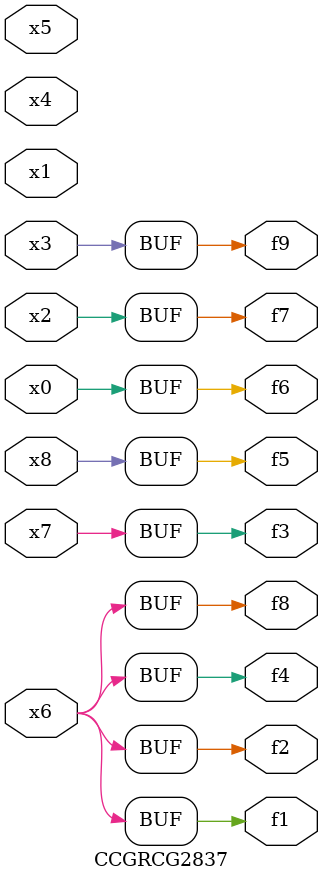
<source format=v>
module CCGRCG2837(
	input x0, x1, x2, x3, x4, x5, x6, x7, x8,
	output f1, f2, f3, f4, f5, f6, f7, f8, f9
);
	assign f1 = x6;
	assign f2 = x6;
	assign f3 = x7;
	assign f4 = x6;
	assign f5 = x8;
	assign f6 = x0;
	assign f7 = x2;
	assign f8 = x6;
	assign f9 = x3;
endmodule

</source>
